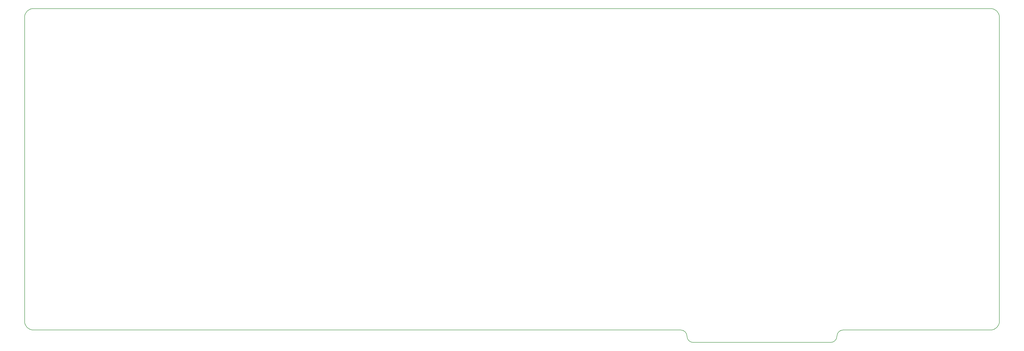
<source format=gbr>
G04 #@! TF.GenerationSoftware,KiCad,Pcbnew,(5.1.5-0-10_14)*
G04 #@! TF.CreationDate,2020-05-12T08:46:36-06:00*
G04 #@! TF.ProjectId,NumDiscipline-pcb,4e756d44-6973-4636-9970-6c696e652d70,rev?*
G04 #@! TF.SameCoordinates,Original*
G04 #@! TF.FileFunction,Profile,NP*
%FSLAX46Y46*%
G04 Gerber Fmt 4.6, Leading zero omitted, Abs format (unit mm)*
G04 Created by KiCad (PCBNEW (5.1.5-0-10_14)) date 2020-05-12 08:46:36*
%MOMM*%
%LPD*%
G04 APERTURE LIST*
%ADD10C,0.150000*%
G04 APERTURE END LIST*
D10*
X422028000Y-57695000D02*
X57073000Y-57695000D01*
X422028000Y-180499000D02*
X365781000Y-180499000D01*
X303869000Y-180499000D02*
X57076000Y-180502000D01*
X361019000Y-185261000D02*
X308631000Y-185261000D01*
X425335000Y-61002000D02*
X425335000Y-177192000D01*
X53766000Y-177198000D02*
X53766000Y-61002000D01*
X363400000Y-182880000D02*
G75*
G02X365781000Y-180499000I2381000J0D01*
G01*
X363400000Y-182880000D02*
G75*
G02X361019000Y-185261000I-2381000J0D01*
G01*
X308631000Y-185261000D02*
G75*
G02X306250000Y-182880000I0J2381000D01*
G01*
X303869000Y-180499000D02*
G75*
G02X306250000Y-182880000I0J-2381000D01*
G01*
X422028000Y-57695000D02*
G75*
G02X425335000Y-61002000I0J-3307000D01*
G01*
X425335000Y-177192000D02*
G75*
G02X422028000Y-180499000I-3307000J0D01*
G01*
X57076000Y-180502000D02*
G75*
G02X53766000Y-177198000I-3000J3307000D01*
G01*
X53766000Y-61002000D02*
G75*
G02X57073000Y-57695000I3307000J0D01*
G01*
M02*

</source>
